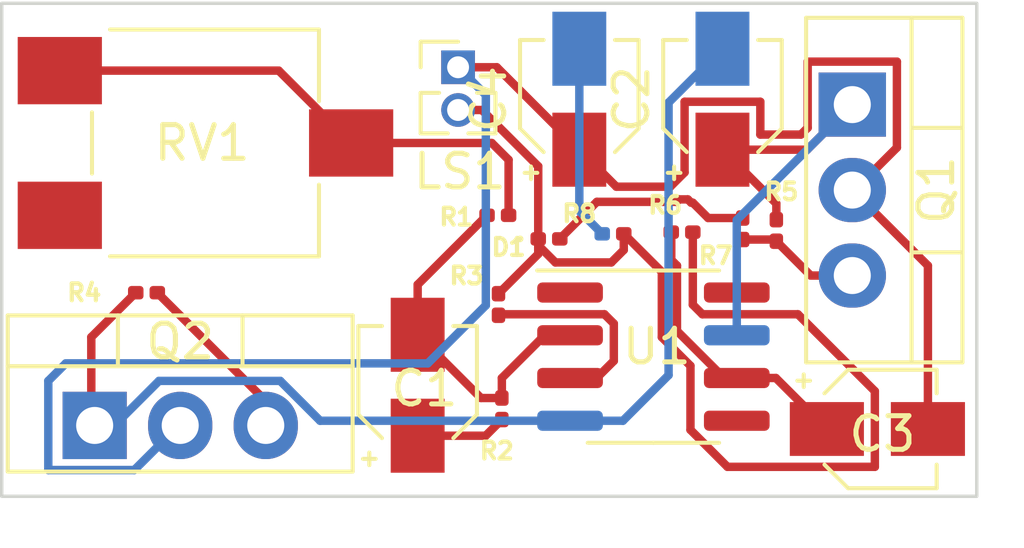
<source format=kicad_pcb>
(kicad_pcb (version 20211014) (generator pcbnew)
  (layers (0 "F.Cu" signal) (31 "B.Cu" signal) (34 "B.Paste" user) (35 "F.Paste" user) (36 "B.SilkS" user "B.Silkscreen") (37 "F.SilkS" user "F.Silkscreen") (38 "B.Mask" user) (39 "F.Mask" user) (44 "Edge.Cuts" user))
  (net 0 "")
  (net 1 "Net-(C1-Pad1)")
  (net 2 "Net-(C1-Pad2)")
  (net 3 "Net-(C2-Pad1)")
  (net 4 "Net-(C2-Pad2)")
  (net 5 "Net-(C3-Pad1)")
  (net 6 "Net-(C3-Pad2)")
  (net 7 "Net-(C4-Pad2)")
  (net 8 "GND")
  (net 9 "Net-(D1-Pad2)")
  (net 10 "+12V")
  (net 11 "-12V")
  (net 12 "Net-(R1-Pad2)")
  (net 13 "Net-(R3-Pad1)")
  (net 14 "Net-(J1-PadT)")
  (footprint "Connector_PinHeader_1.27mm:PinHeader_1x02_P1.27mm_Vertical" (layer "F.Cu") (at 108.65 67.2)
    (fp_text reference "LS1" (at 0.05 3.1) (layer "F.SilkS"))
    (fp_text value "Speaker")
    (fp_line (start -1.11 0.76) (end -0.563471 0.76) (layer "F.SilkS") (width 0.12))
    (fp_line (start -1.11 0) (end -1.11 -0.76) (layer "F.SilkS") (width 0.12))
    (fp_line (start -1.11 0.76) (end -1.11 1.965) (layer "F.SilkS") (width 0.12))
    (fp_line (start -1.11 1.965) (end -0.30753 1.965) (layer "F.SilkS") (width 0.12))
    (fp_line (start 0.30753 1.965) (end 1.11 1.965) (layer "F.SilkS") (width 0.12))
    (fp_line (start 0.563471 0.76) (end 1.11 0.76) (layer "F.SilkS") (width 0.12))
    (fp_line (start -1.11 -0.76) (end 0 -0.76) (layer "F.SilkS") (width 0.12))
    (fp_line (start 1.11 0.76) (end 1.11 1.965) (layer "F.SilkS") (width 0.12))
    (pad "1" thru_hole rect (at 0 0) (size 1 1) (drill 0.65) (layers *.Cu *.Mask) (net 6 "Net-(C3-Pad2)"))
    (pad "2" thru_hole oval (at 0 1.27) (size 1 1) (drill 0.65) (layers *.Cu *.Mask) (net 8 "GND"))
  )
  (footprint "LED_SMD:LED_0201_0603Metric" (layer "F.Cu") (at 111.35 72.3)
    (fp_text reference "D1" (at -1.2 0.25) (layer "F.SilkS") (effects (font (size 0.5 0.5) (thickness 0.125))))
    (fp_text value "LED")
    (fp_circle (center -0.86 0) (end -0.81 0) (layer "F.SilkS") (width 0.1) (fill none))
    (pad "1" smd roundrect (at -0.32 0) (size 0.46 0.4) (layers "F.Cu" "F.Mask") (net 8 "GND"))
    (pad "2" smd roundrect (at 0.32 0) (size 0.46 0.4) (layers "F.Cu" "F.Mask") (net 9 "Net-(D1-Pad2)"))
  )
  (footprint "Resistor_SMD:R_0201_0603Metric" (layer "F.Cu") (at 99.4 73.9 180)
    (fp_text reference "R4" (at 1.85 0) (layer "F.SilkS") (effects (font (size 0.5 0.5) (thickness 0.125))))
    (fp_text value "180R")
    (pad "1" smd roundrect (at -0.32 0 180) (size 0.46 0.4) (layers "F.Cu" "F.Mask") (net 11 "-12V"))
    (pad "2" smd roundrect (at 0.32 0 180) (size 0.46 0.4) (layers "F.Cu" "F.Mask") (net 4 "Net-(C2-Pad2)"))
  )
  (footprint "Resistor_SMD:R_0201_0603Metric" (layer "F.Cu") (at 109.83 71.6)
    (fp_text reference "R1" (at -1.23 0.05) (layer "F.SilkS") (effects (font (size 0.5 0.5) (thickness 0.125))))
    (fp_text value "4.7k")
    (pad "1" smd roundrect (at -0.32 0) (size 0.46 0.4) (layers "F.Cu" "F.Mask") (net 2 "Net-(C1-Pad2)"))
    (pad "2" smd roundrect (at 0.32 0) (size 0.46 0.4) (layers "F.Cu" "F.Mask") (net 12 "Net-(R1-Pad2)"))
  )
  (footprint "Package_TO_SOT_THT:TO-220-3_Vertical" (layer "F.Cu") (at 97.86 77.845)
    (fp_text reference "Q2" (at 2.54 -2.495) (layer "F.SilkS"))
    (fp_text value "TIP122")
    (fp_line (start 4.391 -3.27) (end 4.391 -1.76) (layer "F.SilkS") (width 0.12))
    (fp_line (start 7.66 -3.27) (end 7.66 1.371) (layer "F.SilkS") (width 0.12))
    (fp_line (start -2.58 -3.27) (end -2.58 1.371) (layer "F.SilkS") (width 0.12))
    (fp_line (start -2.58 -1.76) (end 7.66 -1.76) (layer "F.SilkS") (width 0.12))
    (fp_line (start -2.58 -3.27) (end 7.66 -3.27) (layer "F.SilkS") (width 0.12))
    (fp_line (start -2.58 1.371) (end 7.66 1.371) (layer "F.SilkS") (width 0.12))
    (fp_line (start 0.69 -3.27) (end 0.69 -1.76) (layer "F.SilkS") (width 0.12))
    (pad "1" thru_hole rect (at 0 0) (size 1.905 2) (drill 1.1) (layers *.Cu *.Mask) (net 4 "Net-(C2-Pad2)"))
    (pad "2" thru_hole oval (at 2.54 0) (size 1.905 2) (drill 1.1) (layers *.Cu *.Mask) (net 6 "Net-(C3-Pad2)"))
    (pad "3" thru_hole oval (at 5.08 0) (size 1.905 2) (drill 1.1) (layers *.Cu *.Mask) (net 11 "-12V"))
  )
  (footprint "Resistor_SMD:R_0201_0603Metric" (layer "F.Cu") (at 118.1 72.05 90)
    (fp_text reference "R5" (at 1.15 0.15 180) (layer "F.SilkS") (effects (font (size 0.5 0.5) (thickness 0.125))))
    (fp_text value "180R")
    (pad "1" smd roundrect (at -0.32 0 90) (size 0.46 0.4) (layers "F.Cu" "F.Mask") (net 10 "+12V"))
    (pad "2" smd roundrect (at 0.32 0 90) (size 0.46 0.4) (layers "F.Cu" "F.Mask") (net 3 "Net-(C2-Pad1)"))
  )
  (footprint "Capacitor_SMD:CP_Elec_3x5.3" (layer "F.Cu") (at 112.25 68.15 90)
    (fp_text reference "C4" (at 0 -2.7 90) (layer "F.SilkS"))
    (fp_text value "0.1uF")
    (fp_line (start -0.870563 1.76) (end 1.76 1.76) (layer "F.SilkS") (width 0.12))
    (fp_line (start 1.76 1.76) (end 1.76 1.06) (layer "F.SilkS") (width 0.12))
    (fp_line (start -1.570563 1.06) (end -0.870563 1.76) (layer "F.SilkS") (width 0.12))
    (fp_line (start -1.570563 -1.06) (end -0.870563 -1.76) (layer "F.SilkS") (width 0.12))
    (fp_line (start -0.870563 -1.76) (end 1.76 -1.76) (layer "F.SilkS") (width 0.12))
    (fp_line (start 1.76 -1.76) (end 1.76 -1.06) (layer "F.SilkS") (width 0.12))
    (fp_line (start -2.1875 -1.6225) (end -2.1875 -1.2475) (layer "F.SilkS") (width 0.12))
    (fp_line (start -2.375 -1.435) (end -2 -1.435) (layer "F.SilkS") (width 0.12))
    (pad "1" smd rect (at -1.5 0 90) (size 2.2 1.6) (layers "F.Cu" "F.Paste" "F.Mask") (net 6 "Net-(C3-Pad2)"))
    (pad "2" smd rect (at 1.5 0 90) (size 2.2 1.6) (layers "B.Cu" "F.Paste" "F.Mask") (net 7 "Net-(C4-Pad2)"))
  )
  (footprint "Resistor_SMD:R_0201_0603Metric" (layer "F.Cu") (at 113.25 72.15)
    (fp_text reference "R8" (at -1 -0.6) (layer "F.SilkS") (effects (font (size 0.5 0.5) (thickness 0.125))))
    (fp_text value "4.7R")
    (pad "1" smd roundrect (at -0.32 0) (size 0.46 0.4) (layers "B.Cu" "F.Mask") (net 7 "Net-(C4-Pad2)"))
    (pad "2" smd roundrect (at 0.32 0) (size 0.46 0.4) (layers "F.Cu" "F.Mask") (net 8 "GND"))
  )
  (footprint "Potentiometer_SMD:Potentiometer_ACP_CA6-VSMD_Vertical" (layer "F.Cu") (at 101.15 69.45)
    (fp_text reference "RV1" (at -0.1 0) (layer "F.SilkS"))
    (fp_text value "10k")
    (fp_line (start -3.37 -0.909) (end -3.37 0.91) (layer "F.SilkS") (width 0.12))
    (fp_line (start 3.37 1.24) (end 3.37 3.37) (layer "F.SilkS") (width 0.12))
    (fp_line (start 3.37 -3.371) (end 3.37 -1.24) (layer "F.SilkS") (width 0.12))
    (fp_line (start -2.834 -3.371) (end 3.37 -3.371) (layer "F.SilkS") (width 0.12))
    (fp_line (start -2.834 3.37) (end 3.37 3.37) (layer "F.SilkS") (width 0.12))
    (pad "1" smd rect (at -4.325 2.15) (size 2.5 2) (layers "F.Cu" "F.Paste" "F.Mask") (net 14 "Net-(J1-PadT)"))
    (pad "2" smd rect (at 4.325 0) (size 2.5 2) (layers "F.Cu" "F.Paste" "F.Mask") (net 12 "Net-(R1-Pad2)"))
    (pad "3" smd rect (at -4.325 -2.15) (size 2.5 2) (layers "F.Cu" "F.Paste" "F.Mask") (net 12 "Net-(R1-Pad2)"))
  )
  (footprint "Package_TO_SOT_THT:TO-220-3_Vertical" (layer "F.Cu") (at 120.355 68.31 -90)
    (fp_text reference "Q1" (at 2.54 -2.495 90) (layer "F.SilkS"))
    (fp_text value "TIP127")
    (fp_line (start -2.58 -3.27) (end -2.58 1.371) (layer "F.SilkS") (width 0.12))
    (fp_line (start -2.58 -1.76) (end 7.66 -1.76) (layer "F.SilkS") (width 0.12))
    (fp_line (start -2.58 1.371) (end 7.66 1.371) (layer "F.SilkS") (width 0.12))
    (fp_line (start -2.58 -3.27) (end 7.66 -3.27) (layer "F.SilkS") (width 0.12))
    (fp_line (start 0.69 -3.27) (end 0.69 -1.76) (layer "F.SilkS") (width 0.12))
    (fp_line (start 4.391 -3.27) (end 4.391 -1.76) (layer "F.SilkS") (width 0.12))
    (fp_line (start 7.66 -3.27) (end 7.66 1.371) (layer "F.SilkS") (width 0.12))
    (pad "1" thru_hole rect (at 0 0 270) (size 1.905 2) (drill 1.1) (layers *.Cu *.Mask) (net 3 "Net-(C2-Pad1)"))
    (pad "2" thru_hole oval (at 2.54 0 270) (size 1.905 2) (drill 1.1) (layers *.Cu *.Mask) (net 6 "Net-(C3-Pad2)"))
    (pad "3" thru_hole oval (at 5.08 0 270) (size 1.905 2) (drill 1.1) (layers *.Cu *.Mask) (net 10 "+12V"))
  )
  (footprint "Resistor_SMD:R_0201_0603Metric" (layer "F.Cu") (at 109.85 74.25 90)
    (fp_text reference "R3" (at 0.85 -0.95 180) (layer "F.SilkS") (effects (font (size 0.5 0.5) (thickness 0.125))))
    (fp_text value "4.7k")
    (pad "1" smd roundrect (at -0.32 0 90) (size 0.46 0.4) (layers "F.Cu" "F.Mask") (net 13 "Net-(R3-Pad1)"))
    (pad "2" smd roundrect (at 0.32 0 90) (size 0.46 0.4) (layers "F.Cu" "F.Mask") (net 8 "GND"))
  )
  (footprint "Package_SO:SOIC-8_3.9x4.9mm_P1.27mm" (layer "F.Cu") (at 114.45 75.8)
    (fp_text reference "U1" (at 0.1 -0.3) (layer "F.SilkS"))
    (fp_text value "LF351D")
    (fp_line (start 0 -2.56) (end -3.45 -2.56) (layer "F.SilkS") (width 0.12))
    (fp_line (start 0 2.56) (end 1.95 2.56) (layer "F.SilkS") (width 0.12))
    (fp_line (start 0 2.56) (end -1.95 2.56) (layer "F.SilkS") (width 0.12))
    (fp_line (start 0 -2.56) (end 1.95 -2.56) (layer "F.SilkS") (width 0.12))
    (pad "1" smd roundrect (at -2.475 -1.905) (size 1.95 0.6) (layers "F.Cu" "F.Paste" "F.Mask"))
    (pad "2" smd roundrect (at -2.475 -0.635) (size 1.95 0.6) (layers "F.Cu" "F.Paste" "F.Mask") (net 2 "Net-(C1-Pad2)"))
    (pad "3" smd roundrect (at -2.475 0.635) (size 1.95 0.6) (layers "F.Cu" "F.Paste" "F.Mask") (net 13 "Net-(R3-Pad1)"))
    (pad "4" smd roundrect (at -2.475 1.905) (size 1.95 0.6) (layers "B.Cu" "F.Paste" "F.Mask") (net 4 "Net-(C2-Pad2)"))
    (pad "5" smd roundrect (at 2.475 1.905) (size 1.95 0.6) (layers "F.Cu" "F.Paste" "F.Mask"))
    (pad "6" smd roundrect (at 2.475 0.635) (size 1.95 0.6) (layers "F.Cu" "F.Paste" "F.Mask") (net 5 "Net-(C3-Pad1)"))
    (pad "7" smd roundrect (at 2.475 -0.635) (size 1.95 0.6) (layers "B.Cu" "F.Paste" "F.Mask") (net 3 "Net-(C2-Pad1)"))
    (pad "8" smd roundrect (at 2.475 -1.905) (size 1.95 0.6) (layers "F.Cu" "F.Paste" "F.Mask"))
  )
  (footprint "Capacitor_SMD:CP_Elec_3x5.3" (layer "F.Cu") (at 116.5 68.15 90)
    (fp_text reference "C2" (at 0 -2.7 90) (layer "F.SilkS"))
    (fp_text value "0.22uF")
    (fp_line (start -2.1875 -1.6225) (end -2.1875 -1.2475) (layer "F.SilkS") (width 0.12))
    (fp_line (start 1.76 -1.76) (end 1.76 -1.06) (layer "F.SilkS") (width 0.12))
    (fp_line (start -0.870563 1.76) (end 1.76 1.76) (layer "F.SilkS") (width 0.12))
    (fp_line (start -1.570563 1.06) (end -0.870563 1.76) (layer "F.SilkS") (width 0.12))
    (fp_line (start -2.375 -1.435) (end -2 -1.435) (layer "F.SilkS") (width 0.12))
    (fp_line (start -1.570563 -1.06) (end -0.870563 -1.76) (layer "F.SilkS") (width 0.12))
    (fp_line (start -0.870563 -1.76) (end 1.76 -1.76) (layer "F.SilkS") (width 0.12))
    (fp_line (start 1.76 1.76) (end 1.76 1.06) (layer "F.SilkS") (width 0.12))
    (pad "1" smd rect (at -1.5 0 90) (size 2.2 1.6) (layers "F.Cu" "F.Paste" "F.Mask") (net 3 "Net-(C2-Pad1)"))
    (pad "2" smd rect (at 1.5 0 90) (size 2.2 1.6) (layers "B.Cu" "F.Paste" "F.Mask") (net 4 "Net-(C2-Pad2)"))
  )
  (footprint "Resistor_SMD:R_0201_0603Metric" (layer "F.Cu") (at 109.95 77.35 90)
    (fp_text reference "R2" (at -1.25 -0.15 180) (layer "F.SilkS") (effects (font (size 0.5 0.5) (thickness 0.125))))
    (fp_text value "47k")
    (pad "1" smd roundrect (at -0.32 0 90) (size 0.46 0.4) (layers "F.Cu" "F.Mask") (net 1 "Net-(C1-Pad1)"))
    (pad "2" smd roundrect (at 0.32 0 90) (size 0.46 0.4) (layers "F.Cu" "F.Mask") (net 2 "Net-(C1-Pad2)"))
  )
  (footprint "Resistor_SMD:R_0201_0603Metric" (layer "F.Cu") (at 115.3 72.1)
    (fp_text reference "R6" (at -0.5 -0.8) (layer "F.SilkS") (effects (font (size 0.5 0.5) (thickness 0.125))))
    (fp_text value "47R")
    (pad "1" smd roundrect (at -0.32 0) (size 0.46 0.4) (layers "F.Cu" "F.Mask") (net 5 "Net-(C3-Pad1)"))
    (pad "2" smd roundrect (at 0.32 0) (size 0.46 0.4) (layers "F.Cu" "F.Mask") (net 8 "GND"))
  )
  (footprint "Capacitor_SMD:CP_Elec_3x5.3" (layer "F.Cu") (at 107.45 76.65 90)
    (fp_text reference "C1" (at -0.1 0.2 180) (layer "F.SilkS"))
    (fp_text value "10pF")
    (fp_line (start -0.870563 -1.76) (end 1.76 -1.76) (layer "F.SilkS") (width 0.12))
    (fp_line (start 1.76 1.76) (end 1.76 1.06) (layer "F.SilkS") (width 0.12))
    (fp_line (start -1.570563 -1.06) (end -0.870563 -1.76) (layer "F.SilkS") (width 0.12))
    (fp_line (start 1.76 -1.76) (end 1.76 -1.06) (layer "F.SilkS") (width 0.12))
    (fp_line (start -0.870563 1.76) (end 1.76 1.76) (layer "F.SilkS") (width 0.12))
    (fp_line (start -2.375 -1.435) (end -2 -1.435) (layer "F.SilkS") (width 0.12))
    (fp_line (start -2.1875 -1.6225) (end -2.1875 -1.2475) (layer "F.SilkS") (width 0.12))
    (fp_line (start -1.570563 1.06) (end -0.870563 1.76) (layer "F.SilkS") (width 0.12))
    (pad "1" smd rect (at -1.5 0 90) (size 2.2 1.6) (layers "F.Cu" "F.Paste" "F.Mask") (net 1 "Net-(C1-Pad1)"))
    (pad "2" smd rect (at 1.5 0 90) (size 2.2 1.6) (layers "F.Cu" "F.Paste" "F.Mask") (net 2 "Net-(C1-Pad2)"))
  )
  (footprint "Capacitor_SMD:CP_Elec_3x5.3" (layer "F.Cu") (at 121.1 77.95)
    (fp_text reference "C3" (at 0.15 0.15) (layer "F.SilkS"))
    (fp_text value "4.7nF")
    (fp_line (start -2.1875 -1.6225) (end -2.1875 -1.2475) (layer "F.SilkS") (width 0.12))
    (fp_line (start -1.570563 -1.06) (end -0.870563 -1.76) (layer "F.SilkS") (width 0.12))
    (fp_line (start -1.570563 1.06) (end -0.870563 1.76) (layer "F.SilkS") (width 0.12))
    (fp_line (start 1.76 -1.76) (end 1.76 -1.06) (layer "F.SilkS") (width 0.12))
    (fp_line (start -0.870563 -1.76) (end 1.76 -1.76) (layer "F.SilkS") (width 0.12))
    (fp_line (start -2.375 -1.435) (end -2 -1.435) (layer "F.SilkS") (width 0.12))
    (fp_line (start -0.870563 1.76) (end 1.76 1.76) (layer "F.SilkS") (width 0.12))
    (fp_line (start 1.76 1.76) (end 1.76 1.06) (layer "F.SilkS") (width 0.12))
    (pad "1" smd rect (at -1.5 0) (size 2.2 1.6) (layers "F.Cu" "F.Paste" "F.Mask") (net 5 "Net-(C3-Pad1)"))
    (pad "2" smd rect (at 1.5 0) (size 2.2 1.6) (layers "F.Cu" "F.Paste" "F.Mask") (net 6 "Net-(C3-Pad2)"))
  )
  (footprint "Resistor_SMD:R_0201_0603Metric" (layer "F.Cu") (at 117.1 72 90)
    (fp_text reference "R7" (at -0.8 -0.8 180) (layer "F.SilkS") (effects (font (size 0.5 0.5) (thickness 0.125))))
    (fp_text value "2.2k")
    (pad "1" smd roundrect (at -0.32 0 90) (size 0.46 0.4) (layers "F.Cu" "F.Mask") (net 10 "+12V"))
    (pad "2" smd roundrect (at 0.32 0 90) (size 0.46 0.4) (layers "F.Cu" "F.Mask") (net 9 "Net-(D1-Pad2)"))
  )
  (gr_poly (pts (xy 124.05 79.95) (xy 95.1 79.95) (xy 95.1 65.3) (xy 124.05 65.3)) (layer "Edge.Cuts") (width 0.1) (fill none))
  (segment (start 107.45 78.15) (end 109.47 78.15) (width 0.25) (layer "F.Cu") (net 1))
  (segment (start 109.47 78.15) (end 109.95 77.67) (width 0.25) (layer "F.Cu") (net 1))
  (segment (start 109.95 77.03) (end 109.33 77.03) (width 0.25) (layer "F.Cu") (net 2))
  (segment (start 109.95 76.43569) (end 111.22069 75.165) (width 0.25) (layer "F.Cu") (net 2))
  (segment (start 109.51 71.6) (end 107.45 73.66) (width 0.25) (layer "F.Cu") (net 2))
  (segment (start 109.95 77.03) (end 109.95 76.43569) (width 0.25) (layer "F.Cu") (net 2))
  (segment (start 109.33 77.03) (end 107.45 75.15) (width 0.25) (layer "F.Cu") (net 2))
  (segment (start 107.45 73.66) (end 107.45 75.15) (width 0.25) (layer "F.Cu") (net 2))
  (segment (start 111.22069 75.165) (end 111.975 75.165) (width 0.25) (layer "F.Cu") (net 2))
  (segment (start 119.015 69.65) (end 120.355 68.31) (width 0.25) (layer "F.Cu") (net 3))
  (segment (start 116.5 69.65) (end 119.015 69.65) (width 0.25) (layer "F.Cu") (net 3))
  (segment (start 116.5 69.65) (end 118.1 71.25) (width 0.25) (layer "F.Cu") (net 3))
  (segment (start 118.1 71.25) (end 118.1 71.73) (width 0.25) (layer "F.Cu") (net 3))
  (segment (start 116.925 75.165) (end 116.925 71.74) (width 0.25) (layer "B.Cu") (net 3))
  (segment (start 116.925 71.74) (end 120.355 68.31) (width 0.25) (layer "B.Cu") (net 3))
  (segment (start 99.08 73.9) (end 97.76 75.22) (width 0.25) (layer "F.Cu") (net 4))
  (segment (start 97.76 75.22) (end 97.76 77.845) (width 0.25) (layer "F.Cu") (net 4))
  (segment (start 97.76 77.845) (end 98.446521 77.845) (width 0.25) (layer "B.Cu") (net 4))
  (segment (start 114.9 68.25) (end 114.9 76.35) (width 0.25) (layer "B.Cu") (net 4))
  (segment (start 114.9 76.35) (end 113.545 77.705) (width 0.25) (layer "B.Cu") (net 4))
  (segment (start 116.5 66.65) (end 114.9 68.25) (width 0.25) (layer "B.Cu") (net 4))
  (segment (start 113.545 77.705) (end 111.975 77.705) (width 0.25) (layer "B.Cu") (net 4))
  (segment (start 104.553479 77.705) (end 111.975 77.705) (width 0.25) (layer "B.Cu") (net 4))
  (segment (start 98.446521 77.845) (end 99.771041 76.52048) (width 0.25) (layer "B.Cu") (net 4))
  (segment (start 99.771041 76.52048) (end 103.368959 76.52048) (width 0.25) (layer "B.Cu") (net 4))
  (segment (start 103.368959 76.52048) (end 104.553479 77.705) (width 0.25) (layer "B.Cu") (net 4))
  (segment (start 115.149511 73.093807) (end 115.149511 75.035583) (width 0.25) (layer "F.Cu") (net 5))
  (segment (start 116.548928 76.435) (end 116.925 76.435) (width 0.25) (layer "F.Cu") (net 5))
  (segment (start 118.085 76.435) (end 119.6 77.95) (width 0.25) (layer "F.Cu") (net 5))
  (segment (start 115.149511 75.035583) (end 116.548928 76.435) (width 0.25) (layer "F.Cu") (net 5))
  (segment (start 114.98 72.1) (end 114.98 72.924296) (width 0.25) (layer "F.Cu") (net 5))
  (segment (start 114.98 72.924296) (end 115.149511 73.093807) (width 0.25) (layer "F.Cu") (net 5))
  (segment (start 116.925 76.435) (end 118.085 76.435) (width 0.25) (layer "F.Cu") (net 5))
  (segment (start 120.416522 70.85) (end 120.355 70.85) (width 0.25) (layer "F.Cu") (net 6))
  (segment (start 112.25 69.65) (end 113.35 70.75) (width 0.25) (layer "F.Cu") (net 6))
  (segment (start 118.828802 69.20048) (end 119.030489 68.998793) (width 0.25) (layer "F.Cu") (net 6))
  (segment (start 121.679511 69.587011) (end 120.416522 70.85) (width 0.25) (layer "F.Cu") (net 6))
  (segment (start 119.030489 68.998793) (end 119.030489 67.032989) (width 0.25) (layer "F.Cu") (net 6))
  (segment (start 121.679511 67.032989) (end 121.679511 69.587011) (width 0.25) (layer "F.Cu") (net 6))
  (segment (start 114.95 70.75) (end 115.375489 70.324511) (width 0.25) (layer "F.Cu") (net 6))
  (segment (start 109.8 67.2) (end 112.25 69.65) (width 0.25) (layer "F.Cu") (net 6))
  (segment (start 122.6 73.095) (end 122.6 77.95) (width 0.25) (layer "F.Cu") (net 6))
  (segment (start 117.624511 68.225489) (end 117.624511 69.20048) (width 0.25) (layer "F.Cu") (net 6))
  (segment (start 115.375489 68.225489) (end 117.624511 68.225489) (width 0.25) (layer "F.Cu") (net 6))
  (segment (start 120.355 70.85) (end 122.6 73.095) (width 0.25) (layer "F.Cu") (net 6))
  (segment (start 108.65 67.2) (end 109.8 67.2) (width 0.25) (layer "F.Cu") (net 6))
  (segment (start 113.35 70.75) (end 114.95 70.75) (width 0.25) (layer "F.Cu") (net 6))
  (segment (start 119.030489 67.032989) (end 121.679511 67.032989) (width 0.25) (layer "F.Cu") (net 6))
  (segment (start 115.375489 70.324511) (end 115.375489 68.225489) (width 0.25) (layer "F.Cu") (net 6))
  (segment (start 117.624511 69.20048) (end 118.828802 69.20048) (width 0.25) (layer "F.Cu") (net 6))
  (segment (start 97.003478 76) (end 107.75 76) (width 0.25) (layer "B.Cu") (net 6))
  (segment (start 96.482989 79.169511) (end 96.482989 76.520489) (width 0.25) (layer "B.Cu") (net 6))
  (segment (start 99.785063 78.421459) (end 99.037011 79.169511) (width 0.25) (layer "B.Cu") (net 6))
  (segment (start 99.037011 79.169511) (end 96.482989 79.169511) (width 0.25) (layer "B.Cu") (net 6))
  (segment (start 107.75 76) (end 109.474511 74.275489) (width 0.25) (layer "B.Cu") (net 6))
  (segment (start 96.482989 76.520489) (end 97.003478 76) (width 0.25) (layer "B.Cu") (net 6))
  (segment (start 109.474511 74.275489) (end 109.474511 68.024511) (width 0.25) (layer "B.Cu") (net 6))
  (segment (start 109.474511 68.024511) (end 108.65 67.2) (width 0.25) (layer "B.Cu") (net 6))
  (segment (start 112.25 71.47) (end 112.25 66.65) (width 0.25) (layer "B.Cu") (net 7))
  (segment (start 112.93 72.15) (end 112.25 71.47) (width 0.25) (layer "B.Cu") (net 7))
  (segment (start 121.024511 79.074511) (end 121.024511 76.825489) (width 0.25) (layer "F.Cu") (net 8))
  (segment (start 109.357106 68.47) (end 108.65 68.47) (width 0.25) (layer "F.Cu") (net 8))
  (segment (start 114.699991 73.279991) (end 114.699991 75.221781) (width 0.25) (layer "F.Cu") (net 8))
  (segment (start 118.739502 74.54048) (end 115.903448 74.54048) (width 0.25) (layer "F.Cu") (net 8))
  (segment (start 111.539639 73) (end 113.2 73) (width 0.25) (layer "F.Cu") (net 8))
  (segment (start 113.57 72.63) (end 113.57 72.15) (width 0.25) (layer "F.Cu") (net 8))
  (segment (start 111.03 72.3) (end 111.03 70.142894) (width 0.25) (layer "F.Cu") (net 8))
  (segment (start 111.03 72.3) (end 111.03 72.75) (width 0.25) (layer "F.Cu") (net 8))
  (segment (start 115.62 74.257032) (end 115.62 72.1) (width 0.25) (layer "F.Cu") (net 8))
  (segment (start 115.903448 74.54048) (end 115.62 74.257032) (width 0.25) (layer "F.Cu") (net 8))
  (segment (start 113.57 72.15) (end 114.699991 73.279991) (width 0.25) (layer "F.Cu") (net 8))
  (segment (start 116.648439 79.074511) (end 121.024511 79.074511) (width 0.25) (layer "F.Cu") (net 8))
  (segment (start 121.024511 76.825489) (end 118.739502 74.54048) (width 0.25) (layer "F.Cu") (net 8))
  (segment (start 111.03 70.142894) (end 109.357106 68.47) (width 0.25) (layer "F.Cu") (net 8))
  (segment (start 115.55 77.976072) (end 116.648439 79.074511) (width 0.25) (layer "F.Cu") (net 8))
  (segment (start 115.55 76.07179) (end 115.55 77.976072) (width 0.25) (layer "F.Cu") (net 8))
  (segment (start 114.699991 75.221781) (end 115.55 76.07179) (width 0.25) (layer "F.Cu") (net 8))
  (segment (start 111.03 72.3) (end 111.03 72.490361) (width 0.25) (layer "F.Cu") (net 8))
  (segment (start 113.2 73) (end 113.57 72.63) (width 0.25) (layer "F.Cu") (net 8))
  (segment (start 111.03 72.75) (end 109.85 73.93) (width 0.25) (layer "F.Cu") (net 8))
  (segment (start 111.03 72.490361) (end 111.539639 73) (width 0.25) (layer "F.Cu") (net 8))
  (segment (start 115.572043 71.225978) (end 115.620704 71.225978) (width 0.25) (layer "F.Cu") (net 9))
  (segment (start 115.472035 71.12597) (end 115.572043 71.225978) (width 0.25) (layer "F.Cu") (net 9))
  (segment (start 116.074726 71.68) (end 117.1 71.68) (width 0.25) (layer "F.Cu") (net 9))
  (segment (start 111.67 72.3) (end 112.77049 71.19951) (width 0.25) (layer "F.Cu") (net 9))
  (segment (start 112.77049 71.19951) (end 115.136194 71.19951) (width 0.25) (layer "F.Cu") (net 9))
  (segment (start 115.136194 71.19951) (end 115.209734 71.12597) (width 0.25) (layer "F.Cu") (net 9))
  (segment (start 115.620704 71.225978) (end 116.074726 71.68) (width 0.25) (layer "F.Cu") (net 9))
  (segment (start 115.209734 71.12597) (end 115.472035 71.12597) (width 0.25) (layer "F.Cu") (net 9))
  (segment (start 118.1 72.37) (end 119.12 73.39) (width 0.25) (layer "F.Cu") (net 10))
  (segment (start 118.05 72.32) (end 118.1 72.37) (width 0.25) (layer "F.Cu") (net 10))
  (segment (start 117.1 72.32) (end 118.05 72.32) (width 0.25) (layer "F.Cu") (net 10))
  (segment (start 119.12 73.39) (end 120.355 73.39) (width 0.25) (layer "F.Cu") (net 10))
  (segment (start 99.72 73.9) (end 102.84 77.02) (width 0.25) (layer "F.Cu") (net 11))
  (segment (start 102.84 77.02) (end 102.84 77.845) (width 0.25) (layer "F.Cu") (net 11))
  (segment (start 110.15 71.6) (end 110.15 69.95) (width 0.25) (layer "F.Cu") (net 12))
  (segment (start 110.15 69.95) (end 109.65 69.45) (width 0.25) (layer "F.Cu") (net 12))
  (segment (start 109.65 69.45) (end 105.475 69.45) (width 0.25) (layer "F.Cu") (net 12))
  (segment (start 96.825 67.3) (end 103.325 67.3) (width 0.25) (layer "F.Cu") (net 12))
  (segment (start 103.325 67.3) (end 105.475 69.45) (width 0.25) (layer "F.Cu") (net 12))
  (segment (start 113.27452 74.818448) (end 113.27452 75.92548) (width 0.25) (layer "F.Cu") (net 13))
  (segment (start 109.87952 74.54048) (end 112.996552 74.54048) (width 0.25) (layer "F.Cu") (net 13))
  (segment (start 112.765 76.435) (end 111.975 76.435) (width 0.25) (layer "F.Cu") (net 13))
  (segment (start 113.27452 75.92548) (end 112.765 76.435) (width 0.25) (layer "F.Cu") (net 13))
  (segment (start 112.996552 74.54048) (end 113.27452 74.818448) (width 0.25) (layer "F.Cu") (net 13))
  (segment (start 109.85 74.57) (end 109.87952 74.54048) (width 0.25) (layer "F.Cu") (net 13))
)
</source>
